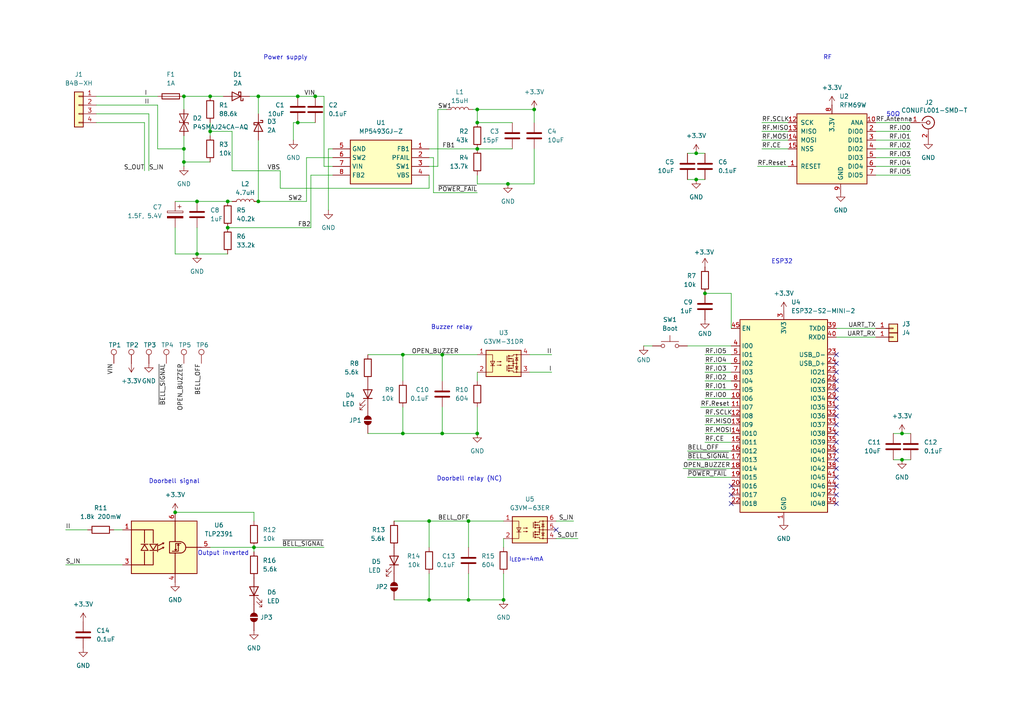
<source format=kicad_sch>
(kicad_sch (version 20250114) (generator "eeschema") (generator_version "9.0")
  (paper "A4")
  (lib_symbols
    (symbol "Connector:Conn_Coaxial" (pin_names (offset 1.016) (hide yes))
      (property "Reference" "J" (at 0.254 3.048 0))
      (property "Value" "Conn_Coaxial" (at 2.921 0 90))
      (symbol "Conn_Coaxial_1_1"
        (pin passive line (at -5.08 0 0) (length 2.54) (name "In") (number "1"))
        (pin passive line (at 0 -5.08 90) (length 2.54) (name "Ext") (number "2"))
      )
    )
    (symbol "Connector:TestPoint" (pin_numbers (hide yes)) (pin_names (offset 0.762) (hide yes))
      (property "Reference" "TP" (at 0 6.858 0))
      (property "Value" "TestPoint" (at 0 5.08 0))
      (symbol "TestPoint_1_1"
        (pin passive line (at 0 0 90) (length 2.54) (name "1") (number "1"))
      )
    )
    (symbol "Connector_Generic:Conn_01x01" (pin_names (offset 1.016) (hide yes))
      (property "Reference" "J" (at 0 2.54 0))
      (property "Value" "Conn_01x01" (at 0 -2.54 0))
      (symbol "Conn_01x01_1_1"
        (pin passive line (at -5.08 0 0) (length 3.81) (name "Pin_1") (number "1"))
      )
    )
    (symbol "Connector_Generic:Conn_01x04" (pin_names (offset 1.016) (hide yes))
      (property "Reference" "J" (at 0 5.08 0))
      (property "Value" "Conn_01x04" (at 0 -7.62 0))
      (symbol "Conn_01x04_1_1"
        (pin passive line (at -5.08 2.54 0) (length 3.81) (name "Pin_1") (number "1"))
        (pin passive line (at -5.08 0 0) (length 3.81) (name "Pin_2") (number "2"))
        (pin passive line (at -5.08 -2.54 0) (length 3.81) (name "Pin_3") (number "3"))
        (pin passive line (at -5.08 -5.08 0) (length 3.81) (name "Pin_4") (number "4"))
      )
    )
    (symbol "Device:C" (pin_numbers (hide yes)) (pin_names (offset 0.254))
      (property "Reference" "C" (at 0.635 2.54 0))
      (property "Value" "C" (at 0.635 -2.54 0))
      (symbol "C_1_1"
        (pin passive line (at 0 3.81 270) (length 2.794) (name "~") (number "1"))
        (pin passive line (at 0 -3.81 90) (length 2.794) (name "~") (number "2"))
      )
    )
    (symbol "Device:C_Polarized" (pin_numbers (hide yes)) (pin_names (offset 0.254))
      (property "Reference" "C" (at 0.635 2.54 0))
      (property "Value" "C_Polarized" (at 0.635 -2.54 0))
      (symbol "C_Polarized_1_1"
        (pin passive line (at 0 3.81 270) (length 2.794) (name "~") (number "1"))
        (pin passive line (at 0 -3.81 90) (length 2.794) (name "~") (number "2"))
      )
    )
    (symbol "Device:D_Schottky" (pin_numbers (hide yes)) (pin_names (offset 1.016) (hide yes))
      (property "Reference" "D" (at 0 2.54 0))
      (property "Value" "D_Schottky" (at 0 -2.54 0))
      (symbol "D_Schottky_1_1"
        (pin passive line (at -3.81 0 0) (length 2.54) (name "K") (number "1"))
        (pin passive line (at 3.81 0 180) (length 2.54) (name "A") (number "2"))
      )
    )
    (symbol "Device:Fuse" (pin_numbers (hide yes)) (pin_names (offset 0))
      (property "Reference" "F" (at 2.032 0 90))
      (property "Value" "Fuse" (at -1.905 0 90))
      (symbol "Fuse_1_1"
        (pin passive line (at 0 3.81 270) (length 1.27) (name "~") (number "1"))
        (pin passive line (at 0 -3.81 90) (length 1.27) (name "~") (number "2"))
      )
    )
    (symbol "Device:L" (pin_numbers (hide yes)) (pin_names (offset 1.016) (hide yes))
      (property "Reference" "L" (at -1.27 0 90))
      (property "Value" "L" (at 1.905 0 90))
      (symbol "L_1_1"
        (pin passive line (at 0 3.81 270) (length 1.27) (name "1") (number "1"))
        (pin passive line (at 0 -3.81 90) (length 1.27) (name "2") (number "2"))
      )
    )
    (symbol "Device:LED" (pin_numbers (hide yes)) (pin_names (offset 1.016) (hide yes))
      (property "Reference" "D" (at 0 2.54 0))
      (property "Value" "LED" (at 0 -2.54 0))
      (symbol "LED_1_1"
        (pin passive line (at -3.81 0 0) (length 2.54) (name "K") (number "1"))
        (pin passive line (at 3.81 0 180) (length 2.54) (name "A") (number "2"))
      )
    )
    (symbol "Device:R" (pin_numbers (hide yes)) (pin_names (offset 0))
      (property "Reference" "R" (at 2.032 0 90))
      (property "Value" "R" (at 0 0 90))
      (symbol "R_1_1"
        (pin passive line (at 0 3.81 270) (length 1.27) (name "~") (number "1"))
        (pin passive line (at 0 -3.81 90) (length 1.27) (name "~") (number "2"))
      )
    )
    (symbol "Diode:SMAJ24CA" (pin_numbers (hide yes)) (pin_names (offset 1.016) (hide yes))
      (property "Reference" "D" (at 0 2.54 0))
      (property "Value" "SMAJ24CA" (at 0 -2.54 0))
      (symbol "SMAJ24CA_1_1"
        (pin passive line (at -3.81 0 0) (length 2.54) (name "A1") (number "1"))
        (pin passive line (at 3.81 0 180) (length 2.54) (name "A2") (number "2"))
      )
    )
    (symbol "Isolator:TLP2310" (pin_names (offset 1.016) (hide yes))
      (property "Reference" "U3" (at 15.24 6.4202 0))
      (property "Value" "TLP2310" (at 15.24 3.8802 0))
      (symbol "TLP2310_1_1"
        (pin passive line (at -12.7 5.08 0) (length 2.54) (name "A") (number "1"))
        (pin passive line (at -12.7 -5.08 0) (length 2.54) (name "K") (number "3"))
        (pin power_in line (at 2.54 10.16 270) (length 2.54) (name "VDD") (number "6"))
        (pin power_in line (at 2.54 -10.16 90) (length 2.54) (name "GND") (number "4"))
        (pin output line (at 12.7 0 180) (length 2.54) (name "VO") (number "5"))
      )
    )
    (symbol "Jumper:SolderJumper_2_Open" (pin_numbers (hide yes)) (pin_names (offset 0) (hide yes)) (in_bom no)
      (property "Reference" "JP" (at 0 2.032 0))
      (property "Value" "SolderJumper_2_Open" (at 0 -2.54 0))
      (symbol "SolderJumper_2_Open_1_1"
        (pin passive line (at -3.81 0 0) (length 2.54) (name "A") (number "1"))
        (pin passive line (at 3.81 0 180) (length 2.54) (name "B") (number "2"))
      )
    )
    (symbol "MP5493GJ-Z:MP5493GJ-Z"
      (property "Reference" "IC" (at 24.13 7.62 0))
      (property "Value" "MP5493GJ-Z" (at 24.13 5.08 0))
      (symbol "MP5493GJ-Z_1_1"
        (pin passive line (at 0 0 0) (length 5.08) (name "FB1") (number "1"))
        (pin passive line (at 0 -2.54 0) (length 5.08) (name "PFAIL") (number "2"))
        (pin passive line (at 0 -5.08 0) (length 5.08) (name "SW1") (number "3"))
        (pin passive line (at 0 -7.62 0) (length 5.08) (name "VBS") (number "4"))
        (pin passive line (at 27.94 0 180) (length 5.08) (name "GND") (number "5"))
        (pin passive line (at 27.94 -2.54 180) (length 5.08) (name "SW2") (number "6"))
        (pin passive line (at 27.94 -5.08 180) (length 5.08) (name "VIN") (number "7"))
        (pin passive line (at 27.94 -7.62 180) (length 5.08) (name "FB2") (number "8"))
      )
    )
    (symbol "RF_Module:ESP32-S3-MINI-1"
      (property "Reference" "U" (at -11.43 29.21 0))
      (property "Value" "ESP32-S3-MINI-1" (at 12.7 29.21 0))
      (symbol "ESP32-S3-MINI-1_1_1"
        (pin input line (at -15.24 25.4 0) (length 2.54) (name "EN") (number "45"))
        (pin bidirectional line (at -15.24 20.32 0) (length 2.54) (name "IO0") (number "4"))
        (pin bidirectional line (at -15.24 17.78 0) (length 2.54) (name "IO1") (number "5"))
        (pin bidirectional line (at -15.24 15.24 0) (length 2.54) (name "IO2") (number "6"))
        (pin bidirectional line (at -15.24 12.7 0) (length 2.54) (name "IO3") (number "7"))
        (pin bidirectional line (at -15.24 10.16 0) (length 2.54) (name "IO4") (number "8"))
        (pin bidirectional line (at -15.24 7.62 0) (length 2.54) (name "IO5") (number "9"))
        (pin bidirectional line (at -15.24 5.08 0) (length 2.54) (name "IO6") (number "10"))
        (pin bidirectional line (at -15.24 2.54 0) (length 2.54) (name "IO7") (number "11"))
        (pin bidirectional line (at -15.24 0 0) (length 2.54) (name "IO8") (number "12"))
        (pin bidirectional line (at -15.24 -2.54 0) (length 2.54) (name "IO9") (number "13"))
        (pin bidirectional line (at -15.24 -5.08 0) (length 2.54) (name "IO10") (number "14"))
        (pin bidirectional line (at -15.24 -7.62 0) (length 2.54) (name "IO11") (number "15"))
        (pin bidirectional line (at -15.24 -10.16 0) (length 2.54) (name "IO12") (number "16"))
        (pin bidirectional line (at -15.24 -12.7 0) (length 2.54) (name "IO13") (number "17"))
        (pin bidirectional line (at -15.24 -15.24 0) (length 2.54) (name "IO14") (number "18"))
        (pin bidirectional line (at -15.24 -17.78 0) (length 2.54) (name "IO15") (number "19"))
        (pin bidirectional line (at -15.24 -20.32 0) (length 2.54) (name "IO16") (number "20"))
        (pin bidirectional line (at -15.24 -22.86 0) (length 2.54) (name "IO17") (number "21"))
        (pin bidirectional line (at -15.24 -25.4 0) (length 2.54) (name "IO18") (number "22"))
        (pin power_in line (at 0 30.48 270) (length 2.54) (name "3V3") (number "3"))
        (pin power_in line (at 0 -30.48 90) (length 2.54) (name "GND") (number "1"))
        (pin passive line (at 0 -30.48 90) (length 2.54) (hide yes) (name "GND") (number "2"))
        (pin passive line (at 0 -30.48 90) (length 2.54) (hide yes) (name "GND") (number "42"))
        (pin passive line (at 0 -30.48 90) (length 2.54) (hide yes) (name "GND") (number "43"))
        (pin passive line (at 0 -30.48 90) (length 2.54) (hide yes) (name "GND") (number "46"))
        (pin passive line (at 0 -30.48 90) (length 2.54) (hide yes) (name "GND") (number "47"))
        (pin passive line (at 0 -30.48 90) (length 2.54) (hide yes) (name "GND") (number "48"))
        (pin passive line (at 0 -30.48 90) (length 2.54) (hide yes) (name "GND") (number "49"))
        (pin passive line (at 0 -30.48 90) (length 2.54) (hide yes) (name "GND") (number "50"))
        (pin passive line (at 0 -30.48 90) (length 2.54) (hide yes) (name "GND") (number "51"))
        (pin passive line (at 0 -30.48 90) (length 2.54) (hide yes) (name "GND") (number "52"))
        (pin passive line (at 0 -30.48 90) (length 2.54) (hide yes) (name "GND") (number "53"))
        (pin passive line (at 0 -30.48 90) (length 2.54) (hide yes) (name "GND") (number "54"))
        (pin passive line (at 0 -30.48 90) (length 2.54) (hide yes) (name "GND") (number "55"))
        (pin passive line (at 0 -30.48 90) (length 2.54) (hide yes) (name "GND") (number "56"))
        (pin passive line (at 0 -30.48 90) (length 2.54) (hide yes) (name "GND") (number "57"))
        (pin passive line (at 0 -30.48 90) (length 2.54) (hide yes) (name "GND") (number "58"))
        (pin passive line (at 0 -30.48 90) (length 2.54) (hide yes) (name "GND") (number "59"))
        (pin passive line (at 0 -30.48 90) (length 2.54) (hide yes) (name "GND") (number "60"))
        (pin passive line (at 0 -30.48 90) (length 2.54) (hide yes) (name "GND") (number "61"))
        (pin passive line (at 0 -30.48 90) (length 2.54) (hide yes) (name "GND") (number "62"))
        (pin passive line (at 0 -30.48 90) (length 2.54) (hide yes) (name "GND") (number "63"))
        (pin passive line (at 0 -30.48 90) (length 2.54) (hide yes) (name "GND") (number "64"))
        (pin passive line (at 0 -30.48 90) (length 2.54) (hide yes) (name "GND") (number "65"))
        (pin bidirectional line (at 15.24 25.4 180) (length 2.54) (name "TXD0") (number "39"))
        (pin bidirectional line (at 15.24 22.86 180) (length 2.54) (name "RXD0") (number "40"))
        (pin bidirectional line (at 15.24 17.78 180) (length 2.54) (name "USB_D-") (number "23"))
        (pin bidirectional line (at 15.24 15.24 180) (length 2.54) (name "USB_D+") (number "24"))
        (pin bidirectional line (at 15.24 12.7 180) (length 2.54) (name "IO21") (number "25"))
        (pin bidirectional line (at 15.24 10.16 180) (length 2.54) (name "IO26") (number "26"))
        (pin bidirectional line (at 15.24 7.62 180) (length 2.54) (name "IO33") (number "28"))
        (pin bidirectional line (at 15.24 5.08 180) (length 2.54) (name "IO34") (number "29"))
        (pin bidirectional line (at 15.24 2.54 180) (length 2.54) (name "IO35") (number "31"))
        (pin bidirectional line (at 15.24 0 180) (length 2.54) (name "IO36") (number "32"))
        (pin bidirectional line (at 15.24 -2.54 180) (length 2.54) (name "IO37") (number "33"))
        (pin bidirectional line (at 15.24 -5.08 180) (length 2.54) (name "IO38") (number "34"))
        (pin bidirectional line (at 15.24 -7.62 180) (length 2.54) (name "IO39") (number "35"))
        (pin bidirectional line (at 15.24 -10.16 180) (length 2.54) (name "IO40") (number "36"))
        (pin bidirectional line (at 15.24 -12.7 180) (length 2.54) (name "IO41") (number "37"))
        (pin bidirectional line (at 15.24 -15.24 180) (length 2.54) (name "IO42") (number "38"))
        (pin bidirectional line (at 15.24 -17.78 180) (length 2.54) (name "IO45") (number "41"))
        (pin bidirectional line (at 15.24 -20.32 180) (length 2.54) (name "IO46") (number "44"))
        (pin bidirectional line (at 15.24 -22.86 180) (length 2.54) (name "IO47") (number "27"))
        (pin bidirectional line (at 15.24 -25.4 180) (length 2.54) (name "IO48") (number "30"))
      )
    )
    (symbol "RF_Module:RFM69W" (pin_names (offset 1.016))
      (property "Reference" "U" (at -3.81 11.43 0))
      (property "Value" "RFM69W" (at -7.62 13.97 0))
      (symbol "RFM69W_1_1"
        (pin input line (at -12.7 7.62 0) (length 2.54) (name "SCK") (number "12"))
        (pin output line (at -12.7 5.08 0) (length 2.54) (name "MISO") (number "13"))
        (pin input line (at -12.7 2.54 0) (length 2.54) (name "MOSI") (number "14"))
        (pin input line (at -12.7 0 0) (length 2.54) (name "NSS") (number "15"))
        (pin input line (at -12.7 -5.08 0) (length 2.54) (name "RESET") (number "1"))
        (pin no_connect line (at -2.54 -10.16 90) (length 2.54) (hide yes) (name "NC") (number "16"))
        (pin power_in line (at 0 12.7 270) (length 2.54) (name "3.3V") (number "8"))
        (pin passive line (at 2.54 -12.7 90) (length 2.54) (hide yes) (name "GND") (number "11"))
        (pin power_in line (at 2.54 -12.7 90) (length 2.54) (name "GND") (number "9"))
        (pin output line (at 12.7 7.62 180) (length 2.54) (name "ANA") (number "10"))
        (pin bidirectional line (at 12.7 5.08 180) (length 2.54) (name "DIO0") (number "2"))
        (pin bidirectional line (at 12.7 2.54 180) (length 2.54) (name "DIO1") (number "3"))
        (pin bidirectional line (at 12.7 0 180) (length 2.54) (name "DIO2") (number "4"))
        (pin bidirectional line (at 12.7 -2.54 180) (length 2.54) (name "DIO3") (number "5"))
        (pin bidirectional line (at 12.7 -5.08 180) (length 2.54) (name "DIO4") (number "6"))
        (pin bidirectional line (at 12.7 -7.62 180) (length 2.54) (name "DIO5") (number "7"))
      )
    )
    (symbol "Relay_SolidState:ASSR-1218"
      (property "Reference" "U" (at -5.08 5.08 0))
      (property "Value" "ASSR-1218" (at 0 5.08 0))
      (symbol "ASSR-1218_1_1"
        (pin passive line (at -7.62 2.54 0) (length 2.54) (name "~") (number "1"))
        (pin passive line (at -7.62 -2.54 0) (length 2.54) (name "~") (number "2"))
        (pin passive line (at 7.62 2.54 180) (length 2.54) (name "~") (number "4"))
        (pin passive line (at 7.62 -2.54 180) (length 2.54) (name "~") (number "3"))
      )
    )
    (symbol "Relay_SolidState:TLP3543"
      (property "Reference" "U" (at -3.81 5.08 0))
      (property "Value" "TLP3543" (at -1.27 -5.08 0))
      (symbol "TLP3543_1_1"
        (pin passive line (at -7.62 2.54 0) (length 2.54) (name "~") (number "1"))
        (pin passive line (at -7.62 -2.54 0) (length 2.54) (name "~") (number "2"))
        (pin no_connect line (at -5.08 0 0) (length 2.54) (hide yes) (name "~") (number "3"))
        (pin passive line (at 7.62 2.54 180) (length 2.54) (name "~") (number "6"))
        (pin passive line (at 7.62 0 180) (length 2.54) (name "~") (number "5"))
        (pin passive line (at 7.62 -2.54 180) (length 2.54) (name "~") (number "4"))
      )
    )
    (symbol "Switch:SW_Push" (pin_numbers (hide yes)) (pin_names (offset 1.016) (hide yes))
      (property "Reference" "SW" (at 1.27 2.54 0))
      (property "Value" "SW_Push" (at 0 -1.524 0))
      (symbol "SW_Push_0_1"
        (pin passive line (at -5.08 0 0) (length 2.54) (name "1") (number "1"))
        (pin passive line (at 5.08 0 180) (length 2.54) (name "2") (number "2"))
      )
    )
    (symbol "power:+3.3V" (power) (pin_numbers (hide yes)) (pin_names (offset 0) (hide yes))
      (property "Value" "+3.3V" (at 0 3.556 0))
      (symbol "+3.3V_1_1"
        (pin power_in line (at 0 0 90) (length 0) (name "~") (number "1"))
      )
    )
    (symbol "power:GND" (power) (pin_numbers (hide yes)) (pin_names (offset 0) (hide yes))
      (property "Value" "GND" (at 0 -3.81 0))
      (symbol "GND_1_1"
        (pin power_in line (at 0 0 270) (length 0) (name "~") (number "1"))
      )
    )
  )
  (text "ESP32" (at 226.822 75.946 0) (effects (font (size 1.27 1.27))))
  (text "Doorbell signal" (at 50.546 139.7 0) (effects (font (size 1.27 1.27))))
  (text "I_{LED}=~4mA" (at 152.654 162.306 0) (effects (font (size 1.27 1.27))))
  (text "Buzzer relay" (at 131.064 94.996 0) (effects (font (size 1.27 1.27))))
  (text "Doorbell relay (NC)" (at 136.144 138.938 0) (effects (font (size 1.27 1.27))))
  (text "Output inverted" (at 64.77 160.528 0) (effects (font (size 1.27 1.27))))
  (text "Power supply" (at 82.804 16.764 0) (effects (font (size 1.27 1.27))))
  (text "RF" (at 240.03 16.764 0) (effects (font (size 1.27 1.27))))
  (text "50Ω" (at 259.08 33.274 0) (effects (font (size 1.27 1.27))))
  (junction (at 135.89 173.99))
  (junction (at 138.43 35.56))
  (junction (at 204.47 85.09))
  (junction (at 116.84 102.87))
  (junction (at 128.27 102.87))
  (junction (at 124.46 151.13))
  (junction (at 116.84 125.73))
  (junction (at 124.46 173.99))
  (junction (at 66.04 66.04))
  (junction (at 86.36 27.94))
  (junction (at 74.93 58.42))
  (junction (at 147.32 53.34))
  (junction (at 128.27 125.73))
  (junction (at 53.34 46.99))
  (junction (at 53.34 43.18))
  (junction (at 201.93 52.07))
  (junction (at 60.96 38.1))
  (junction (at 91.44 27.94))
  (junction (at 86.36 35.56))
  (junction (at 261.62 133.35))
  (junction (at 74.93 27.94))
  (junction (at 261.62 125.73))
  (junction (at 138.43 31.75))
  (junction (at 57.15 58.42))
  (junction (at 50.8 148.59))
  (junction (at 201.93 44.45))
  (junction (at 138.43 43.18))
  (junction (at 146.05 173.99))
  (junction (at 154.94 31.75))
  (junction (at 60.96 27.94))
  (junction (at 66.04 58.42))
  (junction (at 57.15 73.66))
  (junction (at 73.66 158.75))
  (junction (at 135.89 151.13))
  (junction (at 138.43 125.73))
  (junction (at 53.34 27.94))
  (no_connect (at 242.57 138.43))
  (no_connect (at 242.57 107.95))
  (no_connect (at 242.57 123.19))
  (no_connect (at 242.57 133.35))
  (no_connect (at 212.09 143.51))
  (no_connect (at 242.57 128.27))
  (no_connect (at 242.57 135.89))
  (no_connect (at 242.57 146.05))
  (no_connect (at 242.57 105.41))
  (no_connect (at 161.29 153.67))
  (no_connect (at 242.57 120.65))
  (no_connect (at 242.57 113.03))
  (no_connect (at 242.57 125.73))
  (no_connect (at 212.09 140.97))
  (no_connect (at 242.57 110.49))
  (no_connect (at 242.57 130.81))
  (no_connect (at 242.57 118.11))
  (no_connect (at 242.57 143.51))
  (no_connect (at 242.57 115.57))
  (no_connect (at 242.57 140.97))
  (no_connect (at 212.09 146.05))
  (no_connect (at 242.57 102.87))
  (wire (pts (xy 138.43 43.18) (xy 148.59 43.18)))
  (wire (pts (xy 60.96 35.56) (xy 60.96 38.1)))
  (wire (pts (xy 242.57 97.79) (xy 254 97.79)))
  (wire (pts (xy 73.66 148.59) (xy 50.8 148.59)))
  (wire (pts (xy 53.34 27.94) (xy 60.96 27.94)))
  (wire (pts (xy 201.93 52.07) (xy 204.47 52.07)))
  (wire (pts (xy 154.94 53.34) (xy 147.32 53.34)))
  (wire (pts (xy 261.62 133.35) (xy 264.16 133.35)))
  (wire (pts (xy 204.47 125.73) (xy 212.09 125.73)))
  (wire (pts (xy 106.68 125.73) (xy 116.84 125.73)))
  (wire (pts (xy 199.39 44.45) (xy 201.93 44.45)))
  (wire (pts (xy 220.98 40.64) (xy 228.6 40.64)))
  (wire (pts (xy 135.89 158.75) (xy 135.89 151.13)))
  (wire (pts (xy 33.02 153.67) (xy 35.56 153.67)))
  (wire (pts (xy 19.05 153.67) (xy 25.4 153.67)))
  (wire (pts (xy 254 48.26) (xy 264.16 48.26)))
  (wire (pts (xy 74.93 40.64) (xy 74.93 58.42)))
  (wire (pts (xy 204.47 120.65) (xy 212.09 120.65)))
  (wire (pts (xy 261.62 133.35) (xy 259.08 133.35)))
  (wire (pts (xy 116.84 125.73) (xy 128.27 125.73)))
  (wire (pts (xy 50.8 73.66) (xy 57.15 73.66)))
  (wire (pts (xy 128.27 102.87) (xy 138.43 102.87)))
  (wire (pts (xy 204.47 110.49) (xy 212.09 110.49)))
  (wire (pts (xy 81.28 49.53) (xy 81.28 54.61)))
  (wire (pts (xy 138.43 107.95) (xy 138.43 110.49)))
  (wire (pts (xy 50.8 66.04) (xy 50.8 73.66)))
  (wire (pts (xy 124.46 166.37) (xy 124.46 173.99)))
  (wire (pts (xy 53.34 43.18) (xy 53.34 46.99)))
  (wire (pts (xy 50.8 58.42) (xy 57.15 58.42)))
  (wire (pts (xy 199.39 100.33) (xy 212.09 100.33)))
  (wire (pts (xy 220.98 43.18) (xy 228.6 43.18)))
  (wire (pts (xy 125.73 45.72) (xy 125.73 55.88)))
  (wire (pts (xy 86.36 27.94) (xy 91.44 27.94)))
  (wire (pts (xy 73.66 158.75) (xy 93.98 158.75)))
  (wire (pts (xy 124.46 48.26) (xy 127 48.26)))
  (wire (pts (xy 254 35.56) (xy 264.16 35.56)))
  (wire (pts (xy 74.93 27.94) (xy 74.93 33.02)))
  (wire (pts (xy 116.84 102.87) (xy 116.84 110.49)))
  (wire (pts (xy 53.34 46.99) (xy 60.96 46.99)))
  (wire (pts (xy 96.52 43.18) (xy 95.25 43.18)))
  (wire (pts (xy 74.93 27.94) (xy 86.36 27.94)))
  (wire (pts (xy 199.39 138.43) (xy 212.09 138.43)))
  (wire (pts (xy 43.18 33.02) (xy 43.18 49.53)))
  (wire (pts (xy 201.93 44.45) (xy 204.47 44.45)))
  (wire (pts (xy 27.94 27.94) (xy 45.72 27.94)))
  (wire (pts (xy 45.72 43.18) (xy 53.34 43.18)))
  (wire (pts (xy 138.43 31.75) (xy 138.43 35.56)))
  (wire (pts (xy 166.37 151.13) (xy 161.29 151.13)))
  (wire (pts (xy 186.69 100.33) (xy 189.23 100.33)))
  (wire (pts (xy 204.47 113.03) (xy 212.09 113.03)))
  (wire (pts (xy 154.94 31.75) (xy 138.43 31.75)))
  (wire (pts (xy 116.84 102.87) (xy 128.27 102.87)))
  (wire (pts (xy 199.39 52.07) (xy 201.93 52.07)))
  (wire (pts (xy 74.93 58.42) (xy 88.9 58.42)))
  (wire (pts (xy 128.27 118.11) (xy 128.27 125.73)))
  (wire (pts (xy 128.27 125.73) (xy 138.43 125.73)))
  (wire (pts (xy 86.36 35.56) (xy 91.44 35.56)))
  (wire (pts (xy 138.43 35.56) (xy 148.59 35.56)))
  (wire (pts (xy 88.9 45.72) (xy 96.52 45.72)))
  (wire (pts (xy 114.3 173.99) (xy 124.46 173.99)))
  (wire (pts (xy 60.96 27.94) (xy 64.77 27.94)))
  (wire (pts (xy 53.34 46.99) (xy 53.34 48.26)))
  (wire (pts (xy 106.68 102.87) (xy 116.84 102.87)))
  (wire (pts (xy 204.47 102.87) (xy 212.09 102.87)))
  (wire (pts (xy 60.96 38.1) (xy 67.31 38.1)))
  (wire (pts (xy 45.72 30.48) (xy 45.72 43.18)))
  (wire (pts (xy 57.15 73.66) (xy 66.04 73.66)))
  (wire (pts (xy 153.67 102.87) (xy 160.02 102.87)))
  (wire (pts (xy 57.15 66.04) (xy 57.15 73.66)))
  (wire (pts (xy 219.71 48.26) (xy 228.6 48.26)))
  (wire (pts (xy 135.89 173.99) (xy 146.05 173.99)))
  (wire (pts (xy 254 50.8) (xy 264.16 50.8)))
  (wire (pts (xy 138.43 125.73) (xy 138.43 118.11)))
  (wire (pts (xy 124.46 54.61) (xy 124.46 50.8)))
  (wire (pts (xy 137.16 31.75) (xy 138.43 31.75)))
  (wire (pts (xy 261.62 125.73) (xy 264.16 125.73)))
  (wire (pts (xy 220.98 38.1) (xy 228.6 38.1)))
  (wire (pts (xy 154.94 43.18) (xy 154.94 53.34)))
  (wire (pts (xy 127 31.75) (xy 127 48.26)))
  (wire (pts (xy 93.98 27.94) (xy 91.44 27.94)))
  (wire (pts (xy 67.31 38.1) (xy 67.31 49.53)))
  (wire (pts (xy 212.09 85.09) (xy 212.09 95.25)))
  (wire (pts (xy 199.39 130.81) (xy 212.09 130.81)))
  (wire (pts (xy 204.47 115.57) (xy 212.09 115.57)))
  (wire (pts (xy 138.43 53.34) (xy 147.32 53.34)))
  (wire (pts (xy 96.52 48.26) (xy 93.98 48.26)))
  (wire (pts (xy 41.91 35.56) (xy 41.91 49.53)))
  (wire (pts (xy 95.25 43.18) (xy 95.25 60.96)))
  (wire (pts (xy 53.34 31.75) (xy 53.34 27.94)))
  (wire (pts (xy 204.47 128.27) (xy 212.09 128.27)))
  (wire (pts (xy 124.46 173.99) (xy 135.89 173.99)))
  (wire (pts (xy 154.94 35.56) (xy 154.94 31.75)))
  (wire (pts (xy 167.64 156.21) (xy 161.29 156.21)))
  (wire (pts (xy 124.46 45.72) (xy 125.73 45.72)))
  (wire (pts (xy 124.46 151.13) (xy 135.89 151.13)))
  (wire (pts (xy 116.84 118.11) (xy 116.84 125.73)))
  (wire (pts (xy 153.67 107.95) (xy 160.02 107.95)))
  (wire (pts (xy 72.39 27.94) (xy 74.93 27.94)))
  (wire (pts (xy 66.04 66.04) (xy 90.17 66.04)))
  (wire (pts (xy 57.15 58.42) (xy 66.04 58.42)))
  (wire (pts (xy 146.05 173.99) (xy 146.05 166.37)))
  (wire (pts (xy 261.62 125.73) (xy 259.08 125.73)))
  (wire (pts (xy 204.47 123.19) (xy 212.09 123.19)))
  (wire (pts (xy 124.46 43.18) (xy 138.43 43.18)))
  (wire (pts (xy 254 38.1) (xy 264.16 38.1)))
  (wire (pts (xy 204.47 107.95) (xy 212.09 107.95)))
  (wire (pts (xy 254 43.18) (xy 264.16 43.18)))
  (wire (pts (xy 204.47 105.41) (xy 212.09 105.41)))
  (wire (pts (xy 60.96 38.1) (xy 60.96 39.37)))
  (wire (pts (xy 66.04 58.42) (xy 67.31 58.42)))
  (wire (pts (xy 198.12 135.89) (xy 212.09 135.89)))
  (wire (pts (xy 254 45.72) (xy 264.16 45.72)))
  (wire (pts (xy 67.31 49.53) (xy 81.28 49.53)))
  (wire (pts (xy 53.34 39.37) (xy 53.34 43.18)))
  (wire (pts (xy 27.94 30.48) (xy 45.72 30.48)))
  (wire (pts (xy 85.09 35.56) (xy 86.36 35.56)))
  (wire (pts (xy 242.57 95.25) (xy 254 95.25)))
  (wire (pts (xy 220.98 35.56) (xy 228.6 35.56)))
  (wire (pts (xy 114.3 151.13) (xy 124.46 151.13)))
  (wire (pts (xy 88.9 58.42) (xy 88.9 45.72)))
  (wire (pts (xy 135.89 166.37) (xy 135.89 173.99)))
  (wire (pts (xy 124.46 151.13) (xy 124.46 158.75)))
  (wire (pts (xy 138.43 50.8) (xy 138.43 53.34)))
  (wire (pts (xy 93.98 48.26) (xy 93.98 27.94)))
  (wire (pts (xy 146.05 156.21) (xy 146.05 158.75)))
  (wire (pts (xy 60.96 158.75) (xy 73.66 158.75)))
  (wire (pts (xy 199.39 133.35) (xy 212.09 133.35)))
  (wire (pts (xy 135.89 151.13) (xy 146.05 151.13)))
  (wire (pts (xy 81.28 54.61) (xy 124.46 54.61)))
  (wire (pts (xy 73.66 151.13) (xy 73.66 148.59)))
  (wire (pts (xy 127 31.75) (xy 129.54 31.75)))
  (wire (pts (xy 128.27 110.49) (xy 128.27 102.87)))
  (wire (pts (xy 203.2 118.11) (xy 212.09 118.11)))
  (wire (pts (xy 27.94 35.56) (xy 41.91 35.56)))
  (wire (pts (xy 85.09 40.64) (xy 85.09 35.56)))
  (wire (pts (xy 125.73 55.88) (xy 138.43 55.88)))
  (wire (pts (xy 43.18 33.02) (xy 27.94 33.02)))
  (wire (pts (xy 254 40.64) (xy 264.16 40.64)))
  (wire (pts (xy 90.17 50.8) (xy 90.17 66.04)))
  (wire (pts (xy 204.47 85.09) (xy 212.09 85.09)))
  (wire (pts (xy 19.05 163.83) (xy 35.56 163.83)))
  (wire (pts (xy 73.66 158.75) (xy 73.66 160.02)))
  (wire (pts (xy 90.17 50.8) (xy 96.52 50.8)))
  (label "RF.IO4" (at 264.16 48.26 180))
  (label "SW1" (at 127 31.75 0))
  (label "RF.IO0" (at 264.16 38.1 180))
  (label "I" (at 41.91 27.94 0))
  (label "S_IN" (at 43.18 49.53 0))
  (label "SW2" (at 87.63 58.42 180))
  (label "~{POWER_FAIL}" (at 199.39 138.43 0))
  (label "RF.IO5" (at 204.47 102.87 0))
  (label "OPEN_BUZZER" (at 119.38 102.87 0))
  (label "S_OUT" (at 41.91 49.53 180))
  (label "I" (at 160.02 107.95 180))
  (label "RF.IO4" (at 204.47 105.41 0))
  (label "VBS" (at 81.28 49.53 180))
  (label "BELL_OFF" (at 58.42 105.41 270))
  (label "II" (at 19.05 153.67 0))
  (label "S_IN" (at 166.37 151.13 180))
  (label "S_OUT" (at 167.64 156.21 180))
  (label "OPEN_BUZZER" (at 198.12 135.89 0))
  (label "VIN" (at 33.02 105.41 270))
  (label "RF.Antenna" (at 254 35.56 0))
  (label "~{BELL_SIGNAL}" (at 93.98 158.75 180))
  (label "BELL_OFF" (at 127 151.13 0))
  (label "II" (at 41.91 30.48 0))
  (label "RF.IO2" (at 204.47 110.49 0))
  (label "II" (at 160.02 102.87 180))
  (label "~{BELL_SIGNAL}" (at 48.26 105.41 270))
  (label "~{POWER_FAIL}" (at 138.43 55.88 180))
  (label "OPEN_BUZZER" (at 53.34 105.41 270))
  (label "RF.MOSI" (at 204.47 125.73 0))
  (label "BELL_OFF" (at 199.39 130.81 0))
  (label "RF.IO5" (at 264.16 50.8 180))
  (label "RF.MISO" (at 220.98 38.1 0))
  (label "RF.IO2" (at 264.16 43.18 180))
  (label "S_IN" (at 19.05 163.83 0))
  (label "RF.IO1" (at 264.16 40.64 180))
  (label "RF.CE" (at 220.98 43.18 0))
  (label "VIN" (at 91.44 27.94 180))
  (label "RF.IO3" (at 264.16 45.72 180))
  (label "FB2" (at 90.17 66.04 180))
  (label "RF.SCLK" (at 220.98 35.56 0))
  (label "RF.MISO" (at 204.47 123.19 0))
  (label "RF.CE" (at 204.47 128.27 0))
  (label "RF.Reset" (at 219.71 48.26 0))
  (label "UART_TX" (at 254 95.25 180))
  (label "RF.Reset" (at 203.2 118.11 0))
  (label "RF.IO1" (at 204.47 113.03 0))
  (label "RF.MOSI" (at 220.98 40.64 0))
  (label "~{BELL_SIGNAL}" (at 199.39 133.35 0))
  (label "RF.IO3" (at 204.47 107.95 0))
  (label "RF.SCLK" (at 204.47 120.65 0))
  (label "RF.IO0" (at 204.47 115.57 0))
  (label "UART_RX" (at 254 97.79 180))
  (label "FB1" (at 128.27 43.18 0))
  (symbol (lib_id "Device:R") (at 66.04 69.85 0) (unit 1)
    (property "Reference" "R6" (at 68.58 68.5799 0) (effects (justify left)))
    (property "Value" "33.2k" (at 68.58 71.1199 0) (effects (justify left)))
    (property "Footprint" "Resistor_SMD:R_0603_1608Metric" (effects (hide yes)))
    (property "Description" "Resistor" (effects (hide yes)))
  )
  (symbol (lib_id "Isolator:TLP2310") (at 48.26 158.75 0) (unit 1)
    (property "Reference" "U6" (at 63.5 152.3298 0))
    (property "Value" "TLP2391" (at 63.5 154.8698 0))
    (property "Footprint" "lib:OPTO_TLP2367_TPR_E" (effects (hide yes)))
    (property "Datasheet" "https://toshiba.semicon-storage.com/info/datasheet_en_20200508.pdf?did=14484" (effects (hide yes)))
    (property "Description" "5-Mbps low-power non inverting photocouple, 3.75 kVrms, 2.7 - 5.5 Vdd, push-pull output" (effects (hide yes)))
    (property "MPN" "TLP2391" (effects (hide yes)))
  )
  (symbol (lib_id "RF_Module:RFM69W") (at 241.3 43.18 0) (unit 1)
    (property "Reference" "U2" (at 243.4433 27.94 0) (effects (justify left)))
    (property "Value" "RFM69W" (at 243.4433 30.48 0) (effects (justify left)))
    (property "Footprint" "RF_Module:HOPERF_RFM69HW" (effects (hide yes)))
    (property "Datasheet" "https://www.hoperf.com/data/upload/portal/20181127/5bfcbe34756e1.pdf" (effects (hide yes)))
    (property "Description" "ISM Radio Transceiver Module, SPI interface" (effects (hide yes)))
  )
  (symbol (lib_id "Device:C_Polarized") (at 50.8 62.23 0) (mirror y) (unit 1)
    (property "Reference" "C7" (at 46.99 60.0709 0) (effects (justify left)))
    (property "Value" "1.5F, 5.4V" (at 46.99 62.6109 0) (effects (justify left)))
    (property "Footprint" "lib:PHV5R4V155R" (effects (hide yes)))
    (property "Datasheet" "https://www.eaton.com/content/dam/eaton/products/electronic-components/resources/data-sheet/eaton-phv-supercapacitors-cylindrical-pack-data-sheet.pdf" (effects (hide yes)))
    (property "Description" "Polarized capacitor" (effects (hide yes)))
    (property "MPN" "PHV-5R4V155-R" (effects (hide yes)))
  )
  (symbol (lib_id "Connector:TestPoint") (at 53.34 105.41 0) (unit 1) (in_bom no)
    (property "Reference" "TP5" (at 51.816 100.076 0) (effects (justify left)))
    (property "Value" "TestPoint" (effects (hide yes)))
    (property "Footprint" "TestPoint:TestPoint_Pad_D1.5mm" (effects (hide yes)))
    (property "Description" "test point" (effects (hide yes)))
  )
  (symbol (lib_id "Connector:TestPoint") (at 48.26 105.41 0) (unit 1) (in_bom no)
    (property "Reference" "TP4" (at 46.736 100.076 0) (effects (justify left)))
    (property "Value" "TestPoint" (effects (hide yes)))
    (property "Footprint" "TestPoint:TestPoint_Pad_D1.5mm" (effects (hide yes)))
    (property "Description" "test point" (effects (hide yes)))
  )
  (symbol (lib_id "Device:R") (at 138.43 114.3 0) (mirror y) (unit 1)
    (property "Reference" "R10" (at 135.89 113.0299 0) (effects (justify left)))
    (property "Value" "604" (at 135.89 115.5699 0) (effects (justify left)))
    (property "Footprint" "Resistor_SMD:R_0402_1005Metric_Pad0.72x0.64mm_HandSolder" (effects (hide yes)))
    (property "Description" "Resistor" (effects (hide yes)))
  )
  (symbol (lib_id "power:GND") (at 243.84 55.88 0) (unit 1)
    (property "Reference" "#PWR09" (effects (hide yes)))
    (property "Value" "GND" (at 243.84 60.96 0))
    (property "Description" "Power symbol creates a global label with name \"GND\" , ground" (effects (hide yes)))
  )
  (symbol (lib_id "power:+3.3V") (at 154.94 31.75 0) (unit 1)
    (property "Reference" "#PWR02" (effects (hide yes)))
    (property "Value" "+3.3V" (at 154.94 26.67 0))
    (property "Description" "Power symbol creates a global label with name \"+3.3V\"" (effects (hide yes)))
  )
  (symbol (lib_id "power:GND") (at 24.13 187.96 0) (unit 1)
    (property "Reference" "#PWR027" (effects (hide yes)))
    (property "Value" "GND" (at 24.13 193.04 0))
    (property "Description" "Power symbol creates a global label with name \"GND\" , ground" (effects (hide yes)))
  )
  (symbol (lib_id "Device:D_Schottky") (at 68.58 27.94 180) (unit 1)
    (property "Reference" "D1" (at 68.8975 21.59 0))
    (property "Value" "2A" (at 68.8975 24.13 0))
    (property "Footprint" "Diode_SMD:D_SMA" (effects (hide yes)))
    (property "Datasheet" "https://www.st.com/resource/en/datasheet/stps2l60.pdf" (effects (hide yes)))
    (property "Description" "60 V, 2 A low drop Schottky rectifier" (effects (hide yes)))
    (property "MPN" "STPS2L60A" (effects (hide yes)))
  )
  (symbol (lib_id "Device:C") (at 57.15 62.23 0) (unit 1)
    (property "Reference" "C8" (at 60.96 60.9599 0) (effects (justify left)))
    (property "Value" "1uF" (at 60.96 63.4999 0) (effects (justify left)))
    (property "Footprint" "Resistor_SMD:R_0603_1608Metric" (effects (hide yes)))
    (property "Description" "Unpolarized capacitor" (effects (hide yes)))
  )
  (symbol (lib_id "power:GND") (at 138.43 125.73 0) (unit 1)
    (property "Reference" "#PWR018" (effects (hide yes)))
    (property "Value" "GND" (at 138.43 130.81 0))
    (property "Description" "Power symbol creates a global label with name \"GND\" , ground" (effects (hide yes)))
  )
  (symbol (lib_id "Device:C") (at 148.59 39.37 0) (mirror y) (unit 1)
    (property "Reference" "C3" (at 144.78 38.0999 0) (effects (justify left)))
    (property "Value" "15pF" (at 144.78 40.6399 0) (effects (justify left)))
    (property "Footprint" "Resistor_SMD:R_0402_1005Metric" (effects (hide yes)))
    (property "Description" "Unpolarized capacitor" (effects (hide yes)))
  )
  (symbol (lib_id "Connector_Generic:Conn_01x01") (at 259.08 95.25 0) (unit 1)
    (property "Reference" "J3" (at 261.62 93.9799 0) (effects (justify left)))
    (property "Value" "Conn_01x01" (effects (hide yes)))
    (property "Footprint" "TestPoint:TestPoint_Keystone_5000-5004_Miniature" (effects (hide yes)))
    (property "Description" "Generic connector, single row, 01x01, script generated (kicad-library-utils/schlib/autogen/connector/)" (effects (hide yes)))
  )
  (symbol (lib_id "Switch:SW_Push") (at 194.31 100.33 0) (unit 1)
    (property "Reference" "SW1" (at 194.31 92.71 0))
    (property "Value" "Boot" (at 194.31 95.25 0))
    (property "Footprint" "Button_Switch_SMD:SW_SPST_PTS647_Sx50" (effects (hide yes)))
    (property "Description" "Push button switch, generic, two pins" (effects (hide yes)))
    (property "MPN" "TS110926045" (effects (hide yes)))
  )
  (symbol (lib_id "Device:C") (at 264.16 129.54 0) (unit 1)
    (property "Reference" "C12" (at 267.97 128.2699 0) (effects (justify left)))
    (property "Value" "0.1uF" (at 267.97 130.8099 0) (effects (justify left)))
    (property "Footprint" "Capacitor_SMD:C_0402_1005Metric" (effects (hide yes)))
    (property "Description" "Unpolarized capacitor" (effects (hide yes)))
  )
  (symbol (lib_id "Device:R") (at 73.66 163.83 180) (unit 1)
    (property "Reference" "R16" (at 76.2 162.5599 0) (effects (justify right)))
    (property "Value" "5.6k" (at 76.2 165.0999 0) (effects (justify right)))
    (property "Footprint" "Resistor_SMD:R_0603_1608Metric" (effects (hide yes)))
    (property "Description" "Resistor" (effects (hide yes)))
  )
  (symbol (lib_id "Connector_Generic:Conn_01x04") (at 22.86 30.48 0) (mirror y) (unit 1)
    (property "Reference" "J1" (at 22.86 21.59 0))
    (property "Value" "B4B-XH" (at 22.86 24.13 0))
    (property "Footprint" "Connector_JST:JST_XH_B4B-XH-A_1x04_P2.50mm_Vertical" (effects (hide yes)))
    (property "Description" "Generic connector, single row, 01x04, script generated (kicad-library-utils/schlib/autogen/connector/)" (effects (hide yes)))
  )
  (symbol (lib_id "RF_Module:ESP32-S3-MINI-1") (at 227.33 120.65 0) (unit 1)
    (property "Reference" "U4" (at 229.4733 87.63 0) (effects (justify left)))
    (property "Value" "ESP32-S2-MINI-2" (at 229.4733 90.17 0) (effects (justify left)))
    (property "Footprint" "RF_Module:ESP32-S2-MINI-1" (effects (hide yes)))
    (property "Datasheet" "https://www.espressif.com/sites/default/files/documentation/esp32-s2-mini-2_esp32-s2-mini-2u_datasheet_en.pdf" (effects (hide yes)))
    (property "Description" "RF Module, ESP32-S3 SoC, Wi-Fi 802.11b/g/n, Bluetooth, BLE, 32-bit, 3.3V, SMD, onboard antenna" (effects (hide yes)))
  )
  (symbol (lib_id "power:+3.3V") (at 50.8 148.59 0) (unit 1)
    (property "Reference" "#PWR021" (effects (hide yes)))
    (property "Value" "+3.3V" (at 50.8 143.51 0))
    (property "Description" "Power symbol creates a global label with name \"+3.3V\"" (effects (hide yes)))
  )
  (symbol (lib_id "power:GND") (at 147.32 53.34 0) (unit 1)
    (property "Reference" "#PWR08" (effects (hide yes)))
    (property "Value" "GND" (at 147.32 58.42 0))
    (property "Description" "Power symbol creates a global label with name \"GND\" , ground" (effects (hide yes)))
  )
  (symbol (lib_id "power:GND") (at 146.05 173.99 0) (unit 1)
    (property "Reference" "#PWR024" (effects (hide yes)))
    (property "Value" "GND" (at 146.05 179.07 0))
    (property "Description" "Power symbol creates a global label with name \"GND\" , ground" (effects (hide yes)))
  )
  (symbol (lib_id "power:GND") (at 73.66 182.88 0) (unit 1)
    (property "Reference" "#PWR026" (effects (hide yes)))
    (property "Value" "GND" (at 73.66 187.96 0))
    (property "Description" "Power symbol creates a global label with name \"GND\" , ground" (effects (hide yes)))
  )
  (symbol (lib_id "power:GND") (at 204.47 92.71 0) (unit 1)
    (property "Reference" "#PWR014" (effects (hide yes)))
    (property "Value" "GND" (at 204.47 96.774 0))
    (property "Description" "Power symbol creates a global label with name \"GND\" , ground" (effects (hide yes)))
  )
  (symbol (lib_id "power:GND") (at 186.69 100.33 0) (unit 1)
    (property "Reference" "#PWR015" (effects (hide yes)))
    (property "Value" "GND" (at 186.69 104.394 0))
    (property "Description" "Power symbol creates a global label with name \"GND\" , ground" (effects (hide yes)))
  )
  (symbol (lib_id "power:GND") (at 53.34 48.26 0) (unit 1)
    (property "Reference" "#PWR06" (effects (hide yes)))
    (property "Value" "GND" (at 53.34 53.34 0))
    (property "Description" "Power symbol creates a global label with name \"GND\" , ground" (effects (hide yes)))
  )
  (symbol (lib_id "power:+3.3V") (at 201.93 44.45 0) (mirror y) (unit 1)
    (property "Reference" "#PWR05" (effects (hide yes)))
    (property "Value" "+3.3V" (at 201.93 39.37 0))
    (property "Description" "Power symbol creates a global label with name \"+3.3V\"" (effects (hide yes)))
  )
  (symbol (lib_id "Connector_Generic:Conn_01x01") (at 259.08 97.79 0) (unit 1)
    (property "Reference" "J4" (at 261.62 96.5199 0) (effects (justify left)))
    (property "Value" "Conn_01x01" (effects (hide yes)))
    (property "Footprint" "TestPoint:TestPoint_Keystone_5000-5004_Miniature" (effects (hide yes)))
    (property "Description" "Generic connector, single row, 01x01, script generated (kicad-library-utils/schlib/autogen/connector/)" (effects (hide yes)))
  )
  (symbol (lib_id "Device:R") (at 114.3 154.94 0) (mirror x) (unit 1)
    (property "Reference" "R13" (at 111.76 153.6699 0) (effects (justify right)))
    (property "Value" "5.6k" (at 111.76 156.2099 0) (effects (justify right)))
    (property "Footprint" "Resistor_SMD:R_0603_1608Metric" (effects (hide yes)))
    (property "Description" "Resistor" (effects (hide yes)))
  )
  (symbol (lib_id "power:GND") (at 261.62 133.35 0) (unit 1)
    (property "Reference" "#PWR020" (effects (hide yes)))
    (property "Value" "GND" (at 261.62 138.43 0))
    (property "Description" "Power symbol creates a global label with name \"GND\" , ground" (effects (hide yes)))
  )
  (symbol (lib_id "Device:C") (at 259.08 129.54 0) (mirror y) (unit 1)
    (property "Reference" "C11" (at 255.524 128.27 0) (effects (justify left)))
    (property "Value" "10uF" (at 255.524 130.81 0) (effects (justify left)))
    (property "Footprint" "Capacitor_SMD:C_0603_1608Metric" (effects (hide yes)))
    (property "Description" "Unpolarized capacitor" (effects (hide yes)))
  )
  (symbol (lib_id "Device:C") (at 86.36 31.75 0) (mirror y) (unit 1)
    (property "Reference" "C1" (at 82.55 30.4799 0) (effects (justify left)))
    (property "Value" "10uF" (at 82.55 33.0199 0) (effects (justify left)))
    (property "Footprint" "Capacitor_SMD:C_0805_2012Metric" (effects (hide yes)))
    (property "Description" "Unpolarized capacitor" (effects (hide yes)))
  )
  (symbol (lib_id "power:GND") (at 269.24 40.64 0) (unit 1)
    (property "Reference" "#PWR04" (effects (hide yes)))
    (property "Value" "GND" (at 269.24 45.72 0))
    (property "Description" "Power symbol creates a global label with name \"GND\" , ground" (effects (hide yes)))
  )
  (symbol (lib_id "Device:L") (at 71.12 58.42 90) (unit 1)
    (property "Reference" "L2" (at 71.12 53.34 90))
    (property "Value" "4.7uH" (at 71.12 55.88 90))
    (property "Footprint" "Inductor_SMD:L_APV_APH1040" (effects (hide yes)))
    (property "Description" "Inductor" (effects (hide yes)))
    (property "MPN" "HPI1040-150" (effects (hide yes)))
  )
  (symbol (lib_id "Jumper:SolderJumper_2_Open") (at 114.3 170.18 270) (mirror x) (unit 1) (in_bom no)
    (property "Reference" "JP2" (at 112.522 170.18 90) (effects (justify right)))
    (property "Value" "SolderJumper_2_Open" (effects (hide yes)))
    (property "Footprint" "Jumper:SolderJumper-2_P1.3mm_Bridged_RoundedPad1.0x1.5mm" (effects (hide yes)))
    (property "Description" "Solder Jumper, 2-pole, open" (effects (hide yes)))
  )
  (symbol (lib_id "Device:C") (at 24.13 184.15 0) (unit 1)
    (property "Reference" "C14" (at 27.94 182.8799 0) (effects (justify left)))
    (property "Value" "0.1uF" (at 27.94 185.4199 0) (effects (justify left)))
    (property "Footprint" "Capacitor_SMD:C_0402_1005Metric" (effects (hide yes)))
    (property "Description" "Unpolarized capacitor" (effects (hide yes)))
  )
  (symbol (lib_id "Device:R") (at 106.68 106.68 0) (mirror x) (unit 1)
    (property "Reference" "R8" (at 104.14 105.4099 0) (effects (justify right)))
    (property "Value" "5.6k" (at 104.14 107.9499 0) (effects (justify right)))
    (property "Footprint" "Resistor_SMD:R_0603_1608Metric" (effects (hide yes)))
    (property "Description" "Resistor" (effects (hide yes)))
  )
  (symbol (lib_id "power:+3.3V") (at 261.62 125.73 0) (unit 1)
    (property "Reference" "#PWR019" (effects (hide yes)))
    (property "Value" "+3.3V" (at 261.62 120.65 0))
    (property "Description" "Power symbol creates a global label with name \"+3.3V\"" (effects (hide yes)))
  )
  (symbol (lib_id "power:+3.3V") (at 241.3 30.48 0) (unit 1)
    (property "Reference" "#PWR01" (effects (hide yes)))
    (property "Value" "+3.3V" (at 241.3 25.4 0))
    (property "Description" "Power symbol creates a global label with name \"+3.3V\"" (effects (hide yes)))
  )
  (symbol (lib_id "Device:Fuse") (at 49.53 27.94 90) (unit 1)
    (property "Reference" "F1" (at 49.53 21.59 90))
    (property "Value" "1A" (at 49.53 24.13 90))
    (property "Footprint" "Fuse:Fuse_0603_1608Metric" (effects (hide yes)))
    (property "Datasheet" "https://www.schurter.com/en/datasheet/typ_USF_0603.pdf" (effects (hide yes)))
    (property "Description" "Fuse" (effects (hide yes)))
    (property "MPN" "3412.0115.11" (effects (hide yes)))
  )
  (symbol (lib_id "Device:C") (at 154.94 39.37 0) (unit 1)
    (property "Reference" "C4" (at 158.75 38.0999 0) (effects (justify left)))
    (property "Value" "10uF" (at 158.75 40.6399 0) (effects (justify left)))
    (property "Footprint" "Capacitor_SMD:C_0603_1608Metric" (effects (hide yes)))
    (property "Description" "Unpolarized capacitor" (effects (hide yes)))
  )
  (symbol (lib_id "Device:LED") (at 73.66 171.45 90) (unit 1)
    (property "Reference" "D6" (at 77.47 171.7674 90) (effects (justify right)))
    (property "Value" "LED" (at 77.47 174.3074 90) (effects (justify right)))
    (property "Footprint" "LED_SMD:LED_0603_1608Metric" (effects (hide yes)))
    (property "Description" "Light emitting diode" (effects (hide yes)))
    (property "Sim.Pins" "1=K 2=A" (effects (hide yes)))
  )
  (symbol (lib_id "Device:LED") (at 106.68 114.3 270) (mirror x) (unit 1)
    (property "Reference" "D4" (at 102.87 114.6174 90) (effects (justify right)))
    (property "Value" "LED" (at 102.87 117.1574 90) (effects (justify right)))
    (property "Footprint" "LED_SMD:LED_0603_1608Metric" (effects (hide yes)))
    (property "Description" "Light emitting diode" (effects (hide yes)))
    (property "Sim.Pins" "1=K 2=A" (effects (hide yes)))
  )
  (symbol (lib_id "Device:C") (at 128.27 114.3 0) (mirror y) (unit 1)
    (property "Reference" "C10" (at 124.46 113.0299 0) (effects (justify left)))
    (property "Value" "0.1uF" (at 124.46 115.5699 0) (effects (justify left)))
    (property "Footprint" "Capacitor_SMD:C_0402_1005Metric" (effects (hide yes)))
    (property "Description" "Unpolarized capacitor" (effects (hide yes)))
  )
  (symbol (lib_id "MP5493GJ-Z:MP5493GJ-Z") (at 124.46 43.18 0) (mirror y) (unit 1)
    (property "Reference" "U1" (at 110.49 35.56 0))
    (property "Value" "MP5493GJ-Z" (at 110.49 38.1 0))
    (property "Footprint" "lib:SOT65P280X100-8N" (effects (hide yes)))
    (property "Datasheet" "https://www.monolithicpower.com/en/documentview/productdocument/index/version/2/document_type/Datasheet/lang/en/sku/MP5493GJ/document_id/10854/" (effects (hide yes)))
    (property "Description" "Switching Voltage Regulators 36V, 0.6A, 550KHz, Synchronous, Buck. Supercap Charger and Boost for PLC Mode" (effects (hide yes)))
    (property "Height" "1" (effects (hide yes)))
    (property "Manufacturer_Name" "Monolithic Power Systems (MPS)" (effects (hide yes)))
    (property "Manufacturer_Part_Number" "MP5493GJ-Z" (effects (hide yes)))
  )
  (symbol (lib_id "Jumper:SolderJumper_2_Open") (at 106.68 121.92 270) (mirror x) (unit 1) (in_bom no)
    (property "Reference" "JP1" (at 104.902 121.92 90) (effects (justify right)))
    (property "Value" "SolderJumper_2_Open" (effects (hide yes)))
    (property "Footprint" "Jumper:SolderJumper-2_P1.3mm_Bridged_RoundedPad1.0x1.5mm" (effects (hide yes)))
    (property "Description" "Solder Jumper, 2-pole, open" (effects (hide yes)))
  )
  (symbol (lib_id "power:GND") (at 50.8 168.91 0) (unit 1)
    (property "Reference" "#PWR023" (effects (hide yes)))
    (property "Value" "GND" (at 50.8 173.99 0))
    (property "Description" "Power symbol creates a global label with name \"GND\" , ground" (effects (hide yes)))
  )
  (symbol (lib_id "Device:C") (at 204.47 88.9 0) (mirror y) (unit 1)
    (property "Reference" "C9" (at 200.914 87.63 0) (effects (justify left)))
    (property "Value" "1uF" (at 200.914 90.17 0) (effects (justify left)))
    (property "Footprint" "Capacitor_SMD:C_0603_1608Metric" (effects (hide yes)))
    (property "Description" "Unpolarized capacitor" (effects (hide yes)))
  )
  (symbol (lib_id "Relay_SolidState:TLP3543") (at 153.67 153.67 0) (unit 1)
    (property "Reference" "U5" (at 153.67 144.78 0))
    (property "Value" "G3VM-63ER" (at 153.67 147.32 0))
    (property "Footprint" "Package_DIP:SMDIP-6_W7.62mm" (effects (hide yes)))
    (property "Datasheet" "https://components.omron.com/eu-en/datasheet_pdf/K336-E1.pdf" (effects (hide yes)))
    (property "Description" "60V, 1.2A, MOS FET Relays in DIP 6-pin Packages with SPST-NC Contacts That Achieve Low ON-Resistance and High Switching Capacity of a Mechanical Relay" (effects (hide yes)))
    (property "MPN" "G3VM-63ER" (effects (hide yes)))
  )
  (symbol (lib_id "power:GND") (at 57.15 73.66 0) (unit 1)
    (property "Reference" "#PWR011" (effects (hide yes)))
    (property "Value" "GND" (at 57.15 78.74 0))
    (property "Description" "Power symbol creates a global label with name \"GND\" , ground" (effects (hide yes)))
  )
  (symbol (lib_id "power:GND") (at 85.09 40.64 0) (unit 1)
    (property "Reference" "#PWR03" (effects (hide yes)))
    (property "Value" "GND" (at 85.09 45.72 0))
    (property "Description" "Power symbol creates a global label with name \"GND\" , ground" (effects (hide yes)))
  )
  (symbol (lib_id "power:+3.3V") (at 204.47 77.47 0) (unit 1)
    (property "Reference" "#PWR012" (effects (hide yes)))
    (property "Value" "+3.3V" (at 204.216 73.152 0))
    (property "Description" "Power symbol creates a global label with name \"+3.3V\"" (effects (hide yes)))
  )
  (symbol (lib_id "Connector:TestPoint") (at 43.18 105.41 0) (unit 1) (in_bom no)
    (property "Reference" "TP3" (at 41.656 100.076 0) (effects (justify left)))
    (property "Value" "TestPoint" (effects (hide yes)))
    (property "Footprint" "TestPoint:TestPoint_Pad_D1.5mm" (effects (hide yes)))
    (property "Description" "test point" (effects (hide yes)))
  )
  (symbol (lib_id "power:+3.3V") (at 38.1 105.41 180) (unit 1)
    (property "Reference" "#PWR016" (effects (hide yes)))
    (property "Value" "+3.3V" (at 38.1 110.49 0))
    (property "Description" "Power symbol creates a global label with name \"+3.3V\"" (effects (hide yes)))
  )
  (symbol (lib_id "power:GND") (at 43.18 105.41 0) (unit 1)
    (property "Reference" "#PWR017" (effects (hide yes)))
    (property "Value" "GND" (at 43.18 110.49 0))
    (property "Description" "Power symbol creates a global label with name \"GND\" , ground" (effects (hide yes)))
  )
  (symbol (lib_id "power:GND") (at 227.33 151.13 0) (unit 1)
    (property "Reference" "#PWR022" (effects (hide yes)))
    (property "Value" "GND" (at 227.33 156.21 0))
    (property "Description" "Power symbol creates a global label with name \"GND\" , ground" (effects (hide yes)))
  )
  (symbol (lib_id "Device:C") (at 204.47 48.26 0) (unit 1)
    (property "Reference" "C6" (at 208.28 46.9899 0) (effects (justify left)))
    (property "Value" "0.1uF" (at 208.28 49.5299 0) (effects (justify left)))
    (property "Footprint" "Capacitor_SMD:C_0402_1005Metric" (effects (hide yes)))
    (property "Description" "Unpolarized capacitor" (effects (hide yes)))
  )
  (symbol (lib_id "Relay_SolidState:ASSR-1218") (at 146.05 105.41 0) (unit 1)
    (property "Reference" "U3" (at 146.05 96.52 0))
    (property "Value" "G3VM-31DR" (at 146.05 99.06 0))
    (property "Footprint" "Package_DIP:SMDIP-4_W7.62mm" (effects (hide yes)))
    (property "Datasheet" "https://omronfs.omron.com/en_US/ecb/products/pdf/en-sdbt-022c.pdf" (effects (hide yes)))
    (property "Description" "Form A, Solid State Relay (Photo MOSFET) 30V, 4A, 0.025Ohm, DIP-4" (effects (hide yes)))
  )
  (symbol (lib_id "Device:R") (at 116.84 114.3 0) (mirror y) (unit 1)
    (property "Reference" "R9" (at 114.3 113.0299 0) (effects (justify left)))
    (property "Value" "10k" (at 114.3 115.5699 0) (effects (justify left)))
    (property "Footprint" "Resistor_SMD:R_0603_1608Metric" (effects (hide yes)))
    (property "Description" "Resistor" (effects (hide yes)))
  )
  (symbol (lib_id "Device:R") (at 204.47 81.28 0) (mirror y) (unit 1)
    (property "Reference" "R7" (at 201.93 80.0099 0) (effects (justify left)))
    (property "Value" "10k" (at 201.93 82.5499 0) (effects (justify left)))
    (property "Footprint" "Resistor_SMD:R_0603_1608Metric" (effects (hide yes)))
    (property "Description" "Resistor" (effects (hide yes)))
  )
  (symbol (lib_id "Device:C") (at 135.89 162.56 0) (mirror y) (unit 1)
    (property "Reference" "C13" (at 132.08 161.2899 0) (effects (justify left)))
    (property "Value" "0.1uF" (at 132.08 163.8299 0) (effects (justify left)))
    (property "Footprint" "Capacitor_SMD:C_0402_1005Metric" (effects (hide yes)))
    (property "Description" "Unpolarized capacitor" (effects (hide yes)))
  )
  (symbol (lib_id "Device:D_Schottky") (at 74.93 36.83 270) (unit 1)
    (property "Reference" "D3" (at 77.47 35.2424 90) (effects (justify left)))
    (property "Value" "2A" (at 77.47 37.7824 90) (effects (justify left)))
    (property "Footprint" "Diode_SMD:D_SMA" (effects (hide yes)))
    (property "Datasheet" "https://www.st.com/resource/en/datasheet/stps2l60.pdf" (effects (hide yes)))
    (property "Description" "60 V, 2 A low drop Schottky rectifier" (effects (hide yes)))
    (property "MPN" "STPS2L60A" (effects (hide yes)))
  )
  (symbol (lib_id "Device:C") (at 91.44 31.75 0) (unit 1)
    (property "Reference" "C2" (at 95.25 30.4799 0) (effects (justify left)))
    (property "Value" "0.1uF" (at 95.25 33.0199 0) (effects (justify left)))
    (property "Footprint" "Capacitor_SMD:C_0402_1005Metric" (effects (hide yes)))
    (property "Description" "Unpolarized capacitor" (effects (hide yes)))
  )
  (symbol (lib_id "Device:R") (at 60.96 31.75 0) (unit 1)
    (property "Reference" "R1" (at 63.5 30.4799 0) (effects (justify left)))
    (property "Value" "88.6k" (at 63.5 33.0199 0) (effects (justify left)))
    (property "Footprint" "Resistor_SMD:R_0603_1608Metric" (effects (hide yes)))
    (property "Description" "Resistor" (effects (hide yes)))
  )
  (symbol (lib_id "Device:R") (at 138.43 39.37 0) (mirror y) (unit 1)
    (property "Reference" "R2" (at 135.89 38.0999 0) (effects (justify left)))
    (property "Value" "43k" (at 135.89 40.6399 0) (effects (justify left)))
    (property "Footprint" "Resistor_SMD:R_0603_1608Metric" (effects (hide yes)))
    (property "Description" "Resistor" (effects (hide yes)))
  )
  (symbol (lib_id "Connector:TestPoint") (at 58.42 105.41 0) (unit 1) (in_bom no)
    (property "Reference" "TP6" (at 56.896 100.076 0) (effects (justify left)))
    (property "Value" "TestPoint" (effects (hide yes)))
    (property "Footprint" "TestPoint:TestPoint_Pad_D1.5mm" (effects (hide yes)))
    (property "Description" "test point" (effects (hide yes)))
  )
  (symbol (lib_id "Device:C") (at 199.39 48.26 0) (mirror y) (unit 1)
    (property "Reference" "C5" (at 195.58 46.9899 0) (effects (justify left)))
    (property "Value" "10uF" (at 195.58 49.5299 0) (effects (justify left)))
    (property "Footprint" "Capacitor_SMD:C_0603_1608Metric" (effects (hide yes)))
    (property "Description" "Unpolarized capacitor" (effects (hide yes)))
  )
  (symbol (lib_id "Connector:TestPoint") (at 33.02 105.41 0) (unit 1) (in_bom no)
    (property "Reference" "TP1" (at 31.496 100.076 0) (effects (justify left)))
    (property "Value" "TestPoint" (effects (hide yes)))
    (property "Footprint" "TestPoint:TestPoint_Pad_D1.5mm" (effects (hide yes)))
    (property "Description" "test point" (effects (hide yes)))
  )
  (symbol (lib_id "Connector:Conn_Coaxial") (at 269.24 35.56 0) (unit 1)
    (property "Reference" "J2" (at 268.224 29.718 0) (effects (justify left)))
    (property "Value" "CONUFL001-SMD-T" (at 261.366 32.004 0) (effects (justify left)))
    (property "Footprint" "Connector_Coaxial:U.FL_Hirose_U.FL-R-SMT-1_Vertical" (effects (hide yes)))
    (property "Description" "coaxial connector (BNC, SMA, SMB, SMC, Cinch/RCA, LEMO, ...)" (effects (hide yes)))
    (property "LCSC Part #" "C22418213" (effects (hide yes)))
    (property "MPN" "CONUFL001-SMD-T" (effects (hide yes)))
  )
  (symbol (lib_id "power:GND") (at 201.93 52.07 0) (mirror y) (unit 1)
    (property "Reference" "#PWR07" (effects (hide yes)))
    (property "Value" "GND" (at 201.93 57.15 0))
    (property "Description" "Power symbol creates a global label with name \"GND\" , ground" (effects (hide yes)))
  )
  (symbol (lib_id "Diode:SMAJ24CA") (at 53.34 35.56 90) (unit 1)
    (property "Reference" "D2" (at 55.88 34.2899 90) (effects (justify right)))
    (property "Value" "P4SMAJ24CA-AQ" (at 55.88 36.8299 90) (effects (justify right)))
    (property "Footprint" "Diode_SMD:D_SMA" (effects (hide yes)))
    (property "Datasheet" "https://diotec.com/request/datasheet/p4smaj65.pdf" (effects (hide yes)))
    (property "Description" "400W bidirectional Transient Voltage Suppressor, 27.5Vr, SMA(DO-214AC)" (effects (hide yes)))
    (property "MPN" "P4SMAJ24CA-AQ" (effects (hide yes)))
  )
  (symbol (lib_id "power:+3.3V") (at 24.13 180.34 0) (unit 1)
    (property "Reference" "#PWR025" (effects (hide yes)))
    (property "Value" "+3.3V" (at 24.13 175.26 0))
    (property "Description" "Power symbol creates a global label with name \"+3.3V\"" (effects (hide yes)))
  )
  (symbol (lib_id "Device:LED") (at 114.3 162.56 270) (mirror x) (unit 1)
    (property "Reference" "D5" (at 110.49 162.8774 90) (effects (justify right)))
    (property "Value" "LED" (at 110.49 165.4174 90) (effects (justify right)))
    (property "Footprint" "LED_SMD:LED_0603_1608Metric" (effects (hide yes)))
    (property "Description" "Light emitting diode" (effects (hide yes)))
    (property "Sim.Pins" "1=K 2=A" (effects (hide yes)))
  )
  (symbol (lib_id "Device:R") (at 66.04 62.23 0) (unit 1)
    (property "Reference" "R5" (at 68.58 60.9599 0) (effects (justify left)))
    (property "Value" "40.2k" (at 68.58 63.4999 0) (effects (justify left)))
    (property "Footprint" "Resistor_SMD:R_0402_1005Metric" (effects (hide yes)))
    (property "Description" "Resistor" (effects (hide yes)))
  )
  (symbol (lib_id "Jumper:SolderJumper_2_Open") (at 73.66 179.07 90) (unit 1) (in_bom no)
    (property "Reference" "JP3" (at 75.438 179.07 90) (effects (justify right)))
    (property "Value" "SolderJumper_2_Open" (effects (hide yes)))
    (property "Footprint" "Jumper:SolderJumper-2_P1.3mm_Bridged_RoundedPad1.0x1.5mm" (effects (hide yes)))
    (property "Description" "Solder Jumper, 2-pole, open" (effects (hide yes)))
  )
  (symbol (lib_id "Device:R") (at 73.66 154.94 0) (unit 1)
    (property "Reference" "R12" (at 76.2 153.6699 0) (effects (justify left)))
    (property "Value" "10k" (at 76.2 156.2099 0) (effects (justify left)))
    (property "Footprint" "Resistor_SMD:R_0603_1608Metric" (effects (hide yes)))
    (property "Description" "Resistor" (effects (hide yes)))
  )
  (symbol (lib_id "Device:R") (at 60.96 43.18 0) (unit 1)
    (property "Reference" "R3" (at 63.5 41.9099 0) (effects (justify left)))
    (property "Value" "10k" (at 63.5 44.4499 0) (effects (justify left)))
    (property "Footprint" "Resistor_SMD:R_0603_1608Metric" (effects (hide yes)))
    (property "Description" "Resistor" (effects (hide yes)))
  )
  (symbol (lib_id "Device:R") (at 29.21 153.67 90) (unit 1)
    (property "Reference" "R11" (at 29.21 147.32 90))
    (property "Value" "1.8k 200mW" (at 29.21 149.86 90))
    (property "Footprint" "Resistor_SMD:R_0603_1608Metric" (effects (hide yes)))
    (property "Description" "Resistor" (effects (hide yes)))
  )
  (symbol (lib_id "power:+3.3V") (at 227.33 90.17 0) (unit 1)
    (property "Reference" "#PWR013" (effects (hide yes)))
    (property "Value" "+3.3V" (at 227.33 85.09 0))
    (property "Description" "Power symbol creates a global label with name \"+3.3V\"" (effects (hide yes)))
  )
  (symbol (lib_id "Device:R") (at 124.46 162.56 0) (mirror y) (unit 1)
    (property "Reference" "R14" (at 121.92 161.2899 0) (effects (justify left)))
    (property "Value" "10k" (at 121.92 163.8299 0) (effects (justify left)))
    (property "Footprint" "Resistor_SMD:R_0603_1608Metric" (effects (hide yes)))
    (property "Description" "Resistor" (effects (hide yes)))
  )
  (symbol (lib_id "Device:R") (at 138.43 46.99 0) (mirror y) (unit 1)
    (property "Reference" "R4" (at 135.89 45.7199 0) (effects (justify left)))
    (property "Value" "13.7k" (at 135.89 48.2599 0) (effects (justify left)))
    (property "Footprint" "Resistor_SMD:R_0603_1608Metric" (effects (hide yes)))
    (property "Description" "Resistor" (effects (hide yes)))
  )
  (symbol (lib_id "Device:L") (at 133.35 31.75 90) (unit 1)
    (property "Reference" "L1" (at 133.35 26.67 90))
    (property "Value" "15uH" (at 133.35 29.21 90))
    (property "Footprint" "Inductor_SMD:L_APV_ANR8040" (effects (hide yes)))
    (property "Description" "Inductor" (effects (hide yes)))
    (property "MPN" "DJNR8040-150" (effects (hide yes)))
  )
  (symbol (lib_id "power:GND") (at 95.25 60.96 0) (unit 1)
    (property "Reference" "#PWR010" (effects (hide yes)))
    (property "Value" "GND" (at 95.25 66.04 0))
    (property "Description" "Power symbol creates a global label with name \"GND\" , ground" (effects (hide yes)))
  )
  (symbol (lib_id "Device:R") (at 146.05 162.56 0) (mirror y) (unit 1)
    (property "Reference" "R15" (at 143.51 161.2899 0) (effects (justify left)))
    (property "Value" "604" (at 143.51 163.8299 0) (effects (justify left)))
    (property "Footprint" "Resistor_SMD:R_0402_1005Metric_Pad0.72x0.64mm_HandSolder" (effects (hide yes)))
    (property "Description" "Resistor" (effects (hide yes)))
  )
  (symbol (lib_id "Connector:TestPoint") (at 38.1 105.41 0) (unit 1) (in_bom no)
    (property "Reference" "TP2" (at 36.576 100.076 0) (effects (justify left)))
    (property "Value" "TestPoint" (effects (hide yes)))
    (property "Footprint" "TestPoint:TestPoint_Pad_D1.5mm" (effects (hide yes)))
    (property "Description" "test point" (effects (hide yes)))
  )
)
</source>
